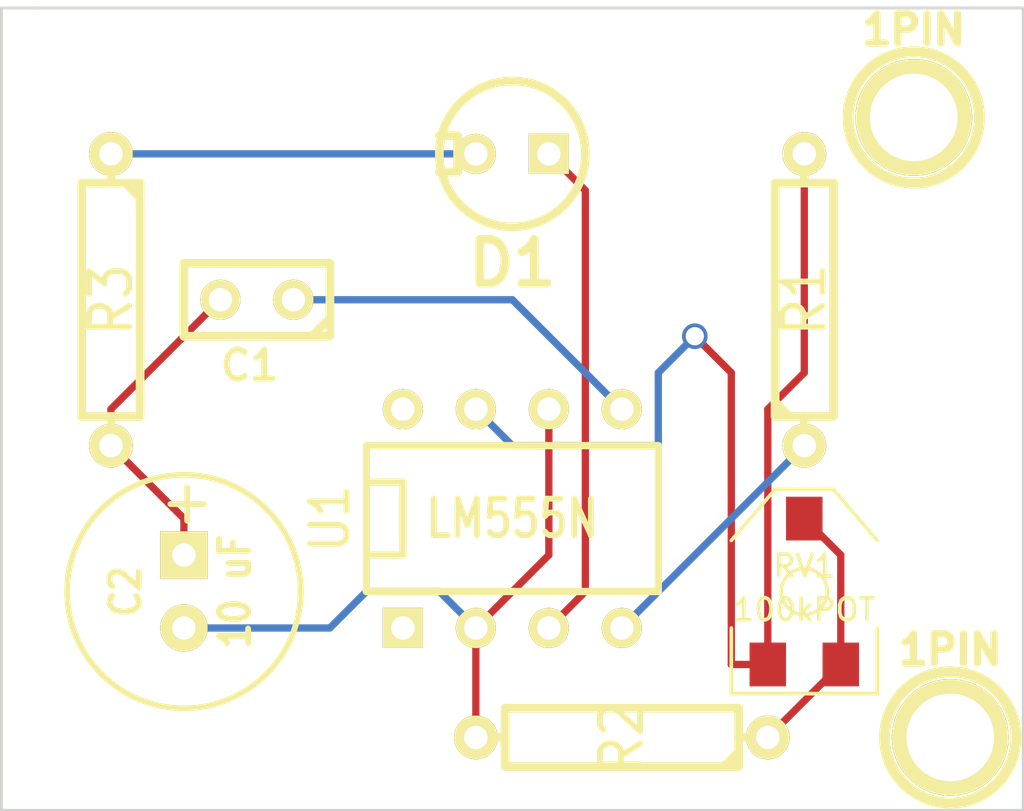
<source format=kicad_pcb>
(kicad_pcb (version 3) (host pcbnew "(2013-07-07 BZR 4022)-stable")

  (general
    (links 13)
    (no_connects 0)
    (area 48.209999 16.459999 83.870001 44.500001)
    (thickness 1.6)
    (drawings 5)
    (tracks 32)
    (zones 0)
    (modules 10)
    (nets 9)
  )

  (page A3)
  (layers
    (15 F.Cu signal)
    (0 B.Cu signal)
    (16 B.Adhes user)
    (17 F.Adhes user)
    (18 B.Paste user)
    (19 F.Paste user)
    (20 B.SilkS user)
    (21 F.SilkS user)
    (22 B.Mask user)
    (23 F.Mask user)
    (24 Dwgs.User user)
    (25 Cmts.User user)
    (26 Eco1.User user)
    (27 Eco2.User user)
    (28 Edge.Cuts user)
  )

  (setup
    (last_trace_width 0.254)
    (trace_clearance 0.254)
    (zone_clearance 0.508)
    (zone_45_only no)
    (trace_min 0.254)
    (segment_width 0.2)
    (edge_width 0.1)
    (via_size 0.889)
    (via_drill 0.635)
    (via_min_size 0.889)
    (via_min_drill 0.508)
    (uvia_size 0.508)
    (uvia_drill 0.127)
    (uvias_allowed no)
    (uvia_min_size 0.508)
    (uvia_min_drill 0.127)
    (pcb_text_width 0.3)
    (pcb_text_size 1.5 1.5)
    (mod_edge_width 0.15)
    (mod_text_size 1 1)
    (mod_text_width 0.15)
    (pad_size 1.5 1.5)
    (pad_drill 0.6)
    (pad_to_mask_clearance 0)
    (aux_axis_origin 0 0)
    (visible_elements FFFFFFBF)
    (pcbplotparams
      (layerselection 3178497)
      (usegerberextensions true)
      (excludeedgelayer true)
      (linewidth 0.150000)
      (plotframeref false)
      (viasonmask false)
      (mode 1)
      (useauxorigin false)
      (hpglpennumber 1)
      (hpglpenspeed 20)
      (hpglpendiameter 15)
      (hpglpenoverlay 2)
      (psnegative false)
      (psa4output false)
      (plotreference true)
      (plotvalue true)
      (plotothertext true)
      (plotinvisibletext false)
      (padsonsilk false)
      (subtractmaskfromsilk false)
      (outputformat 1)
      (mirror false)
      (drillshape 0)
      (scaleselection 1)
      (outputdirectory ""))
  )

  (net 0 "")
  (net 1 N-000001)
  (net 2 N-0000010)
  (net 3 N-000002)
  (net 4 N-000003)
  (net 5 N-000004)
  (net 6 N-000005)
  (net 7 N-000006)
  (net 8 N-000009)

  (net_class Default "This is the default net class."
    (clearance 0.254)
    (trace_width 0.254)
    (via_dia 0.889)
    (via_drill 0.635)
    (uvia_dia 0.508)
    (uvia_drill 0.127)
    (add_net "")
    (add_net N-000001)
    (add_net N-0000010)
    (add_net N-000002)
    (add_net N-000003)
    (add_net N-000004)
    (add_net N-000005)
    (add_net N-000006)
    (add_net N-000009)
  )

  (module R4 (layer F.Cu) (tedit 525DC7F3) (tstamp 525DC5B2)
    (at 52.07 26.67 270)
    (descr "Resitance 4 pas")
    (tags R)
    (path /525DBE97)
    (autoplace_cost180 10)
    (fp_text reference R3 (at 0 0 270) (layer F.SilkS)
      (effects (font (size 1.397 1.27) (thickness 0.2032)))
    )
    (fp_text value 330 (at 0 0 270) (layer F.SilkS) hide
      (effects (font (size 1.397 1.27) (thickness 0.2032)))
    )
    (fp_line (start -5.08 0) (end -4.064 0) (layer F.SilkS) (width 0.3048))
    (fp_line (start -4.064 0) (end -4.064 -1.016) (layer F.SilkS) (width 0.3048))
    (fp_line (start -4.064 -1.016) (end 4.064 -1.016) (layer F.SilkS) (width 0.3048))
    (fp_line (start 4.064 -1.016) (end 4.064 1.016) (layer F.SilkS) (width 0.3048))
    (fp_line (start 4.064 1.016) (end -4.064 1.016) (layer F.SilkS) (width 0.3048))
    (fp_line (start -4.064 1.016) (end -4.064 0) (layer F.SilkS) (width 0.3048))
    (fp_line (start -4.064 -0.508) (end -3.556 -1.016) (layer F.SilkS) (width 0.3048))
    (fp_line (start 5.08 0) (end 4.064 0) (layer F.SilkS) (width 0.3048))
    (pad 1 thru_hole circle (at -5.08 0 270) (size 1.524 1.524) (drill 0.8128)
      (layers *.Cu *.Mask F.SilkS)
      (net 5 N-000004)
    )
    (pad 2 thru_hole circle (at 5.08 0 270) (size 1.524 1.524) (drill 0.8128)
      (layers *.Cu *.Mask F.SilkS)
      (net 2 N-0000010)
    )
    (model discret/resistor.wrl
      (at (xyz 0 0 0))
      (scale (xyz 0.4 0.4 0.4))
      (rotate (xyz 0 0 0))
    )
  )

  (module R4 (layer F.Cu) (tedit 525DC7C1) (tstamp 525DC5C0)
    (at 69.85 41.91 180)
    (descr "Resitance 4 pas")
    (tags R)
    (path /525DBEAD)
    (autoplace_cost180 10)
    (fp_text reference R2 (at 0 0 270) (layer F.SilkS)
      (effects (font (size 1.397 1.27) (thickness 0.2032)))
    )
    (fp_text value 1k (at 0 0 180) (layer F.SilkS) hide
      (effects (font (size 1.397 1.27) (thickness 0.2032)))
    )
    (fp_line (start -5.08 0) (end -4.064 0) (layer F.SilkS) (width 0.3048))
    (fp_line (start -4.064 0) (end -4.064 -1.016) (layer F.SilkS) (width 0.3048))
    (fp_line (start -4.064 -1.016) (end 4.064 -1.016) (layer F.SilkS) (width 0.3048))
    (fp_line (start 4.064 -1.016) (end 4.064 1.016) (layer F.SilkS) (width 0.3048))
    (fp_line (start 4.064 1.016) (end -4.064 1.016) (layer F.SilkS) (width 0.3048))
    (fp_line (start -4.064 1.016) (end -4.064 0) (layer F.SilkS) (width 0.3048))
    (fp_line (start -4.064 -0.508) (end -3.556 -1.016) (layer F.SilkS) (width 0.3048))
    (fp_line (start 5.08 0) (end 4.064 0) (layer F.SilkS) (width 0.3048))
    (pad 1 thru_hole circle (at -5.08 0 180) (size 1.524 1.524) (drill 0.8128)
      (layers *.Cu *.Mask F.SilkS)
      (net 3 N-000002)
    )
    (pad 2 thru_hole circle (at 5.08 0 180) (size 1.524 1.524) (drill 0.8128)
      (layers *.Cu *.Mask F.SilkS)
      (net 6 N-000005)
    )
    (model discret/resistor.wrl
      (at (xyz 0 0 0))
      (scale (xyz 0.4 0.4 0.4))
      (rotate (xyz 0 0 0))
    )
  )

  (module R4 (layer F.Cu) (tedit 200000) (tstamp 525DC5CE)
    (at 76.2 26.67 90)
    (descr "Resitance 4 pas")
    (tags R)
    (path /525DBEB3)
    (autoplace_cost180 10)
    (fp_text reference R1 (at 0 0 90) (layer F.SilkS)
      (effects (font (size 1.397 1.27) (thickness 0.2032)))
    )
    (fp_text value 4.7k (at 0 0 90) (layer F.SilkS) hide
      (effects (font (size 1.397 1.27) (thickness 0.2032)))
    )
    (fp_line (start -5.08 0) (end -4.064 0) (layer F.SilkS) (width 0.3048))
    (fp_line (start -4.064 0) (end -4.064 -1.016) (layer F.SilkS) (width 0.3048))
    (fp_line (start -4.064 -1.016) (end 4.064 -1.016) (layer F.SilkS) (width 0.3048))
    (fp_line (start 4.064 -1.016) (end 4.064 1.016) (layer F.SilkS) (width 0.3048))
    (fp_line (start 4.064 1.016) (end -4.064 1.016) (layer F.SilkS) (width 0.3048))
    (fp_line (start -4.064 1.016) (end -4.064 0) (layer F.SilkS) (width 0.3048))
    (fp_line (start -4.064 -0.508) (end -3.556 -1.016) (layer F.SilkS) (width 0.3048))
    (fp_line (start 5.08 0) (end 4.064 0) (layer F.SilkS) (width 0.3048))
    (pad 1 thru_hole circle (at -5.08 0 90) (size 1.524 1.524) (drill 0.8128)
      (layers *.Cu *.Mask F.SilkS)
      (net 7 N-000006)
    )
    (pad 2 thru_hole circle (at 5.08 0 90) (size 1.524 1.524) (drill 0.8128)
      (layers *.Cu *.Mask F.SilkS)
      (net 1 N-000001)
    )
    (model discret/resistor.wrl
      (at (xyz 0 0 0))
      (scale (xyz 0.4 0.4 0.4))
      (rotate (xyz 0 0 0))
    )
  )

  (module POT_CMS (layer F.Cu) (tedit 3D638D33) (tstamp 525DC5DC)
    (at 76.2 36.83)
    (descr "module CMS Potentiometre")
    (tags "CMS POT")
    (path /525DC1B8)
    (attr smd)
    (fp_text reference RV1 (at 0 -0.88646) (layer F.SilkS)
      (effects (font (size 0.762 0.762) (thickness 0.127)))
    )
    (fp_text value 100kPOT (at 0 0.635) (layer F.SilkS)
      (effects (font (size 0.762 0.762) (thickness 0.127)))
    )
    (fp_line (start -2.54 1.27) (end -2.54 3.556) (layer F.SilkS) (width 0.127))
    (fp_line (start -2.54 3.556) (end 2.54 3.556) (layer F.SilkS) (width 0.127))
    (fp_line (start 2.54 3.556) (end 2.54 1.27) (layer F.SilkS) (width 0.127))
    (fp_line (start -2.54 -1.778) (end -1.016 -3.556) (layer F.SilkS) (width 0.127))
    (fp_line (start -1.016 -3.556) (end 1.016 -3.556) (layer F.SilkS) (width 0.127))
    (fp_line (start 1.016 -3.556) (end 2.54 -1.778) (layer F.SilkS) (width 0.127))
    (fp_circle (center 0 0) (end 0.254 -0.762) (layer F.SilkS) (width 0.127))
    (pad 1 smd rect (at -1.27 2.54) (size 1.27 1.524)
      (layers F.Cu F.Paste F.Mask)
      (net 1 N-000001)
    )
    (pad 2 smd rect (at 0 -2.54) (size 1.27 1.524)
      (layers F.Cu F.Paste F.Mask)
      (net 3 N-000002)
    )
    (pad 3 smd rect (at 1.27 2.54) (size 1.27 1.524)
      (layers F.Cu F.Paste F.Mask)
      (net 3 N-000002)
    )
  )

  (module LEDV (layer F.Cu) (tedit 200000) (tstamp 525DC5E6)
    (at 66.04 21.59 180)
    (descr "Led verticale diam 6mm")
    (tags "LED DEV")
    (path /525DC1C7)
    (fp_text reference D1 (at 0 -3.81 180) (layer F.SilkS)
      (effects (font (size 1.524 1.524) (thickness 0.3048)))
    )
    (fp_text value LED (at 0 -3.81 180) (layer F.SilkS) hide
      (effects (font (size 1.524 1.524) (thickness 0.3048)))
    )
    (fp_circle (center 0 0) (end -2.54 0) (layer F.SilkS) (width 0.3048))
    (fp_line (start 2.54 -0.635) (end 1.905 -0.635) (layer F.SilkS) (width 0.3048))
    (fp_line (start 1.905 -0.635) (end 1.905 0.635) (layer F.SilkS) (width 0.3048))
    (fp_line (start 1.905 0.635) (end 2.54 0.635) (layer F.SilkS) (width 0.3048))
    (pad 1 thru_hole rect (at -1.27 0 180) (size 1.397 1.397) (drill 0.8128)
      (layers *.Cu *.Mask F.SilkS)
      (net 8 N-000009)
    )
    (pad 2 thru_hole circle (at 1.27 0 180) (size 1.397 1.397) (drill 0.8128)
      (layers *.Cu *.Mask F.SilkS)
      (net 5 N-000004)
    )
    (model discret/led5_vertical.wrl
      (at (xyz 0 0 0))
      (scale (xyz 1 1 1))
      (rotate (xyz 0 0 0))
    )
  )

  (module DIP-8__300 (layer F.Cu) (tedit 43A7F843) (tstamp 525DC5F9)
    (at 66.04 34.29)
    (descr "8 pins DIL package, round pads")
    (tags DIL)
    (path /525DBEA7)
    (fp_text reference U1 (at -6.35 0 90) (layer F.SilkS)
      (effects (font (size 1.27 1.143) (thickness 0.2032)))
    )
    (fp_text value LM555N (at 0 0) (layer F.SilkS)
      (effects (font (size 1.27 1.016) (thickness 0.2032)))
    )
    (fp_line (start -5.08 -1.27) (end -3.81 -1.27) (layer F.SilkS) (width 0.254))
    (fp_line (start -3.81 -1.27) (end -3.81 1.27) (layer F.SilkS) (width 0.254))
    (fp_line (start -3.81 1.27) (end -5.08 1.27) (layer F.SilkS) (width 0.254))
    (fp_line (start -5.08 -2.54) (end 5.08 -2.54) (layer F.SilkS) (width 0.254))
    (fp_line (start 5.08 -2.54) (end 5.08 2.54) (layer F.SilkS) (width 0.254))
    (fp_line (start 5.08 2.54) (end -5.08 2.54) (layer F.SilkS) (width 0.254))
    (fp_line (start -5.08 2.54) (end -5.08 -2.54) (layer F.SilkS) (width 0.254))
    (pad 1 thru_hole rect (at -3.81 3.81) (size 1.397 1.397) (drill 0.8128)
      (layers *.Cu *.Mask F.SilkS)
    )
    (pad 2 thru_hole circle (at -1.27 3.81) (size 1.397 1.397) (drill 0.8128)
      (layers *.Cu *.Mask F.SilkS)
      (net 6 N-000005)
    )
    (pad 3 thru_hole circle (at 1.27 3.81) (size 1.397 1.397) (drill 0.8128)
      (layers *.Cu *.Mask F.SilkS)
      (net 8 N-000009)
    )
    (pad 4 thru_hole circle (at 3.81 3.81) (size 1.397 1.397) (drill 0.8128)
      (layers *.Cu *.Mask F.SilkS)
      (net 7 N-000006)
    )
    (pad 5 thru_hole circle (at 3.81 -3.81) (size 1.397 1.397) (drill 0.8128)
      (layers *.Cu *.Mask F.SilkS)
      (net 4 N-000003)
    )
    (pad 6 thru_hole circle (at 1.27 -3.81) (size 1.397 1.397) (drill 0.8128)
      (layers *.Cu *.Mask F.SilkS)
      (net 6 N-000005)
    )
    (pad 7 thru_hole circle (at -1.27 -3.81) (size 1.397 1.397) (drill 0.8128)
      (layers *.Cu *.Mask F.SilkS)
      (net 1 N-000001)
    )
    (pad 8 thru_hole circle (at -3.81 -3.81) (size 1.397 1.397) (drill 0.8128)
      (layers *.Cu *.Mask F.SilkS)
    )
    (model dil/dil_8.wrl
      (at (xyz 0 0 0))
      (scale (xyz 1 1 1))
      (rotate (xyz 0 0 0))
    )
  )

  (module C1V8 (layer F.Cu) (tedit 3DD3A719) (tstamp 525DC601)
    (at 54.61 36.83 270)
    (path /525DBF1B)
    (fp_text reference C2 (at 0 2.032 270) (layer F.SilkS)
      (effects (font (size 1.016 0.889) (thickness 0.2032)))
    )
    (fp_text value "10 uF" (at 0 -1.77546 270) (layer F.SilkS)
      (effects (font (size 1.016 0.889) (thickness 0.2032)))
    )
    (fp_text user + (at -3.04546 0 270) (layer F.SilkS)
      (effects (font (size 1.524 1.524) (thickness 0.2032)))
    )
    (fp_circle (center 0 0) (end 4.064 0) (layer F.SilkS) (width 0.2032))
    (pad 1 thru_hole rect (at -1.27 0 270) (size 1.651 1.651) (drill 0.8128)
      (layers *.Cu *.Mask F.SilkS)
      (net 2 N-0000010)
    )
    (pad 2 thru_hole circle (at 1.27 0 270) (size 1.651 1.651) (drill 0.8128)
      (layers *.Cu *.Mask F.SilkS)
      (net 6 N-000005)
    )
    (model discret/c_vert_c1v8.wrl
      (at (xyz 0 0 0))
      (scale (xyz 1 1 1))
      (rotate (xyz 0 0 0))
    )
  )

  (module C1 (layer F.Cu) (tedit 3F92C496) (tstamp 525DC60C)
    (at 57.15 26.67 180)
    (descr "Condensateur e = 1 pas")
    (tags C)
    (path /525DBF03)
    (fp_text reference C1 (at 0.254 -2.286 180) (layer F.SilkS)
      (effects (font (size 1.016 1.016) (thickness 0.2032)))
    )
    (fp_text value "0.1 uF" (at 0 -2.286 180) (layer F.SilkS) hide
      (effects (font (size 1.016 1.016) (thickness 0.2032)))
    )
    (fp_line (start -2.4892 -1.27) (end 2.54 -1.27) (layer F.SilkS) (width 0.3048))
    (fp_line (start 2.54 -1.27) (end 2.54 1.27) (layer F.SilkS) (width 0.3048))
    (fp_line (start 2.54 1.27) (end -2.54 1.27) (layer F.SilkS) (width 0.3048))
    (fp_line (start -2.54 1.27) (end -2.54 -1.27) (layer F.SilkS) (width 0.3048))
    (fp_line (start -2.54 -0.635) (end -1.905 -1.27) (layer F.SilkS) (width 0.3048))
    (pad 1 thru_hole circle (at -1.27 0 180) (size 1.397 1.397) (drill 0.8128)
      (layers *.Cu *.Mask F.SilkS)
      (net 4 N-000003)
    )
    (pad 2 thru_hole circle (at 1.27 0 180) (size 1.397 1.397) (drill 0.8128)
      (layers *.Cu *.Mask F.SilkS)
      (net 2 N-0000010)
    )
    (model discret/capa_1_pas.wrl
      (at (xyz 0 0 0))
      (scale (xyz 1 1 1))
      (rotate (xyz 0 0 0))
    )
  )

  (module 1pin (layer F.Cu) (tedit 200000) (tstamp 525DCAF9)
    (at 80.01 20.32)
    (descr "module 1 pin (ou trou mecanique de percage)")
    (tags DEV)
    (path 1pin)
    (fp_text reference 1PIN (at 0 -3.048) (layer F.SilkS)
      (effects (font (size 1.016 1.016) (thickness 0.254)))
    )
    (fp_text value P*** (at 0 2.794) (layer F.SilkS) hide
      (effects (font (size 1.016 1.016) (thickness 0.254)))
    )
    (fp_circle (center 0 0) (end 0 -2.286) (layer F.SilkS) (width 0.381))
    (pad 1 thru_hole circle (at 0 0) (size 4.064 4.064) (drill 3.048)
      (layers *.Cu *.Mask F.SilkS)
    )
  )

  (module 1pin (layer F.Cu) (tedit 200000) (tstamp 525DCB06)
    (at 81.28 41.91)
    (descr "module 1 pin (ou trou mecanique de percage)")
    (tags DEV)
    (path 1pin)
    (fp_text reference 1PIN (at 0 -3.048) (layer F.SilkS)
      (effects (font (size 1.016 1.016) (thickness 0.254)))
    )
    (fp_text value P*** (at 0 2.794) (layer F.SilkS) hide
      (effects (font (size 1.016 1.016) (thickness 0.254)))
    )
    (fp_circle (center 0 0) (end 0 -2.286) (layer F.SilkS) (width 0.381))
    (pad 1 thru_hole circle (at 0 0) (size 4.064 4.064) (drill 3.048)
      (layers *.Cu *.Mask F.SilkS)
    )
  )

  (gr_line (start 48.26 16.51) (end 49.53 16.51) (angle 90) (layer Edge.Cuts) (width 0.1))
  (gr_line (start 48.26 44.45) (end 48.26 16.51) (angle 90) (layer Edge.Cuts) (width 0.1))
  (gr_line (start 83.82 44.45) (end 48.26 44.45) (angle 90) (layer Edge.Cuts) (width 0.1))
  (gr_line (start 83.82 16.51) (end 83.82 44.45) (angle 90) (layer Edge.Cuts) (width 0.1))
  (gr_line (start 49.53 16.51) (end 83.82 16.51) (angle 90) (layer Edge.Cuts) (width 0.1))

  (segment (start 64.77 30.48) (end 66.04 31.75) (width 0.254) (layer B.Cu) (net 1) (status 80000))
  (segment (start 66.04 31.75) (end 71.12 31.75) (width 0.254) (layer B.Cu) (net 1) (status 80000))
  (segment (start 71.12 31.75) (end 71.12 29.21) (width 0.254) (layer B.Cu) (net 1) (status 80000))
  (segment (start 71.12 29.21) (end 72.39 27.94) (width 0.254) (layer B.Cu) (net 1) (status 80000))
  (via (at 72.39 27.94) (size 0.889) (layers F.Cu B.Cu) (net 1) (status 80000))
  (segment (start 72.39 27.94) (end 73.66 29.21) (width 0.254) (layer F.Cu) (net 1) (status 80000))
  (segment (start 73.66 29.21) (end 73.66 39.37) (width 0.254) (layer F.Cu) (net 1) (status 80000))
  (segment (start 73.66 39.37) (end 74.93 39.37) (width 0.254) (layer F.Cu) (net 1) (status 80000))
  (segment (start 74.93 39.37) (end 74.93 30.48) (width 0.254) (layer F.Cu) (net 1) (status 80000))
  (segment (start 74.93 30.48) (end 76.2 29.21) (width 0.254) (layer F.Cu) (net 1) (status 80000))
  (segment (start 76.2 29.21) (end 76.2 21.59) (width 0.254) (layer F.Cu) (net 1) (status 80000))
  (segment (start 55.88 26.67) (end 52.07 30.48) (width 0.254) (layer F.Cu) (net 2) (status 80000))
  (segment (start 52.07 30.48) (end 52.07 31.75) (width 0.254) (layer F.Cu) (net 2) (status 80000))
  (segment (start 52.07 31.75) (end 54.61 34.29) (width 0.254) (layer F.Cu) (net 2) (status 80000))
  (segment (start 54.61 34.29) (end 54.61 35.56) (width 0.254) (layer F.Cu) (net 2) (status 80000))
  (segment (start 77.47 39.37) (end 74.93 41.91) (width 0.254) (layer F.Cu) (net 3) (status 80000))
  (segment (start 76.2 34.29) (end 77.47 35.56) (width 0.254) (layer F.Cu) (net 3) (status 80000))
  (segment (start 77.47 35.56) (end 77.47 39.37) (width 0.254) (layer F.Cu) (net 3) (status 80000))
  (segment (start 69.85 30.48) (end 66.04 26.67) (width 0.254) (layer B.Cu) (net 4) (status 80000))
  (segment (start 66.04 26.67) (end 58.42 26.67) (width 0.254) (layer B.Cu) (net 4) (status 80000))
  (segment (start 64.77 21.59) (end 52.07 21.59) (width 0.254) (layer B.Cu) (net 5) (status 80000))
  (segment (start 64.77 38.1) (end 67.31 35.56) (width 0.254) (layer F.Cu) (net 6) (status 80000))
  (segment (start 67.31 35.56) (end 67.31 30.48) (width 0.254) (layer F.Cu) (net 6) (status 80000))
  (segment (start 64.77 38.1) (end 63.5 36.83) (width 0.254) (layer B.Cu) (net 6) (status 80000))
  (segment (start 63.5 36.83) (end 60.96 36.83) (width 0.254) (layer B.Cu) (net 6) (status 80000))
  (segment (start 60.96 36.83) (end 59.69 38.1) (width 0.254) (layer B.Cu) (net 6) (status 80000))
  (segment (start 59.69 38.1) (end 54.61 38.1) (width 0.254) (layer B.Cu) (net 6) (status 80000))
  (segment (start 64.77 38.1) (end 64.77 41.91) (width 0.254) (layer F.Cu) (net 6) (status 80000))
  (segment (start 76.2 31.75) (end 69.85 38.1) (width 0.254) (layer B.Cu) (net 7) (status 80000))
  (segment (start 67.31 21.59) (end 68.58 22.86) (width 0.254) (layer F.Cu) (net 8) (status 80000))
  (segment (start 68.58 22.86) (end 68.58 36.83) (width 0.254) (layer F.Cu) (net 8) (status 80000))
  (segment (start 68.58 36.83) (end 67.31 38.1) (width 0.254) (layer F.Cu) (net 8) (status 80000))

)

</source>
